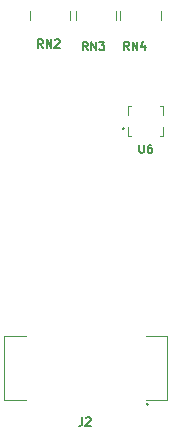
<source format=gbr>
%TF.GenerationSoftware,KiCad,Pcbnew,6.0.0-d3dd2cf0fa~116~ubuntu20.04.1*%
%TF.CreationDate,2022-01-19T11:27:02+02:00*%
%TF.ProjectId,isc0901b0-breakout,69736330-3930-4316-9230-2d627265616b,rev2*%
%TF.SameCoordinates,Original*%
%TF.FileFunction,Legend,Top*%
%TF.FilePolarity,Positive*%
%FSLAX46Y46*%
G04 Gerber Fmt 4.6, Leading zero omitted, Abs format (unit mm)*
G04 Created by KiCad (PCBNEW 6.0.0-d3dd2cf0fa~116~ubuntu20.04.1) date 2022-01-19 11:27:02*
%MOMM*%
%LPD*%
G01*
G04 APERTURE LIST*
%ADD10C,0.150000*%
%ADD11C,0.120000*%
%ADD12C,0.050000*%
G04 APERTURE END LIST*
D10*
%TO.C,U6*%
X71066666Y-109216666D02*
X71066666Y-109783333D01*
X71100000Y-109850000D01*
X71133333Y-109883333D01*
X71200000Y-109916666D01*
X71333333Y-109916666D01*
X71400000Y-109883333D01*
X71433333Y-109850000D01*
X71466666Y-109783333D01*
X71466666Y-109216666D01*
X72100000Y-109216666D02*
X71966666Y-109216666D01*
X71900000Y-109250000D01*
X71866666Y-109283333D01*
X71800000Y-109383333D01*
X71766666Y-109516666D01*
X71766666Y-109783333D01*
X71800000Y-109850000D01*
X71833333Y-109883333D01*
X71900000Y-109916666D01*
X72033333Y-109916666D01*
X72100000Y-109883333D01*
X72133333Y-109850000D01*
X72166666Y-109783333D01*
X72166666Y-109616666D01*
X72133333Y-109550000D01*
X72100000Y-109516666D01*
X72033333Y-109483333D01*
X71900000Y-109483333D01*
X71833333Y-109516666D01*
X71800000Y-109550000D01*
X71766666Y-109616666D01*
%TO.C,RN3*%
X66716666Y-101216666D02*
X66483333Y-100883333D01*
X66316666Y-101216666D02*
X66316666Y-100516666D01*
X66583333Y-100516666D01*
X66650000Y-100550000D01*
X66683333Y-100583333D01*
X66716666Y-100650000D01*
X66716666Y-100750000D01*
X66683333Y-100816666D01*
X66650000Y-100850000D01*
X66583333Y-100883333D01*
X66316666Y-100883333D01*
X67016666Y-101216666D02*
X67016666Y-100516666D01*
X67416666Y-101216666D01*
X67416666Y-100516666D01*
X67683333Y-100516666D02*
X68116666Y-100516666D01*
X67883333Y-100783333D01*
X67983333Y-100783333D01*
X68050000Y-100816666D01*
X68083333Y-100850000D01*
X68116666Y-100916666D01*
X68116666Y-101083333D01*
X68083333Y-101150000D01*
X68050000Y-101183333D01*
X67983333Y-101216666D01*
X67783333Y-101216666D01*
X67716666Y-101183333D01*
X67683333Y-101150000D01*
%TO.C,RN2*%
X62916666Y-101016666D02*
X62683333Y-100683333D01*
X62516666Y-101016666D02*
X62516666Y-100316666D01*
X62783333Y-100316666D01*
X62850000Y-100350000D01*
X62883333Y-100383333D01*
X62916666Y-100450000D01*
X62916666Y-100550000D01*
X62883333Y-100616666D01*
X62850000Y-100650000D01*
X62783333Y-100683333D01*
X62516666Y-100683333D01*
X63216666Y-101016666D02*
X63216666Y-100316666D01*
X63616666Y-101016666D01*
X63616666Y-100316666D01*
X63916666Y-100383333D02*
X63950000Y-100350000D01*
X64016666Y-100316666D01*
X64183333Y-100316666D01*
X64250000Y-100350000D01*
X64283333Y-100383333D01*
X64316666Y-100450000D01*
X64316666Y-100516666D01*
X64283333Y-100616666D01*
X63883333Y-101016666D01*
X64316666Y-101016666D01*
%TO.C,RN4*%
X70216666Y-101216666D02*
X69983333Y-100883333D01*
X69816666Y-101216666D02*
X69816666Y-100516666D01*
X70083333Y-100516666D01*
X70150000Y-100550000D01*
X70183333Y-100583333D01*
X70216666Y-100650000D01*
X70216666Y-100750000D01*
X70183333Y-100816666D01*
X70150000Y-100850000D01*
X70083333Y-100883333D01*
X69816666Y-100883333D01*
X70516666Y-101216666D02*
X70516666Y-100516666D01*
X70916666Y-101216666D01*
X70916666Y-100516666D01*
X71550000Y-100750000D02*
X71550000Y-101216666D01*
X71383333Y-100483333D02*
X71216666Y-100983333D01*
X71650000Y-100983333D01*
%TO.C,J2*%
X66241666Y-132316666D02*
X66241666Y-132816666D01*
X66208333Y-132916666D01*
X66141666Y-132983333D01*
X66041666Y-133016666D01*
X65975000Y-133016666D01*
X66541666Y-132383333D02*
X66575000Y-132350000D01*
X66641666Y-132316666D01*
X66808333Y-132316666D01*
X66875000Y-132350000D01*
X66908333Y-132383333D01*
X66941666Y-132450000D01*
X66941666Y-132516666D01*
X66908333Y-132616666D01*
X66508333Y-133016666D01*
X66941666Y-133016666D01*
D11*
%TO.C,U6*%
X70350000Y-108450000D02*
X70100000Y-108450000D01*
X70100000Y-108450000D02*
X70100000Y-107700000D01*
X72850000Y-105950000D02*
X73100000Y-105950000D01*
X73100000Y-108450000D02*
X72850000Y-108450000D01*
X73100000Y-105950000D02*
X73100000Y-106700000D01*
X70100000Y-106700000D02*
X70100000Y-105950000D01*
X73100000Y-107700000D02*
X73100000Y-108450000D01*
X70100000Y-105950000D02*
X70350000Y-105950000D01*
X69832956Y-107880000D02*
G75*
G03*
X69832956Y-107880000I-102956J0D01*
G01*
%TO.C,RN3*%
X69120000Y-97900000D02*
X69120000Y-98700000D01*
X65680000Y-97900000D02*
X65680000Y-98700000D01*
%TO.C,RN2*%
X65220000Y-97900000D02*
X65220000Y-98700000D01*
X61780000Y-97900000D02*
X61780000Y-98700000D01*
%TO.C,RN4*%
X72920000Y-97900000D02*
X72920000Y-98700000D01*
X69480000Y-97900000D02*
X69480000Y-98700000D01*
D12*
%TO.C,J2*%
X59650000Y-125400000D02*
X61450000Y-125400000D01*
X59650000Y-130800000D02*
X59650000Y-125400000D01*
X61450000Y-130800000D02*
X59650000Y-130800000D01*
X73450000Y-125400000D02*
X71650000Y-125400000D01*
X73450000Y-130800000D02*
X71650000Y-130800000D01*
X73450000Y-125400000D02*
X73450000Y-130800000D01*
X71840139Y-131200000D02*
G75*
G03*
X71840139Y-131200000I-90139J0D01*
G01*
%TD*%
M02*

</source>
